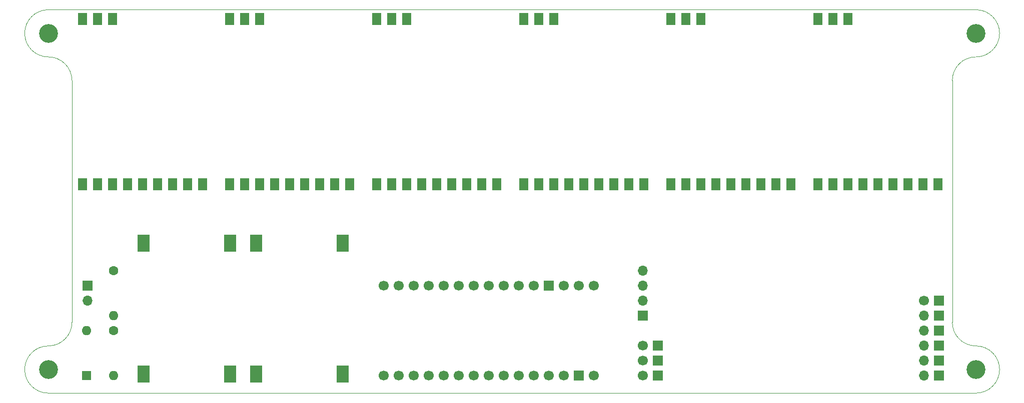
<source format=gbr>
G04 #@! TF.GenerationSoftware,KiCad,Pcbnew,(5.0.0-rc2-63-gd4393b281)*
G04 #@! TF.CreationDate,2018-06-03T20:37:33+01:00*
G04 #@! TF.ProjectId,wizardview-v1,77697A617264766965772D76312E6B69,rev?*
G04 #@! TF.SameCoordinates,Original*
G04 #@! TF.FileFunction,Soldermask,Top*
G04 #@! TF.FilePolarity,Negative*
%FSLAX46Y46*%
G04 Gerber Fmt 4.6, Leading zero omitted, Abs format (unit mm)*
G04 Created by KiCad (PCBNEW (5.0.0-rc2-63-gd4393b281)) date 06/03/18 20:37:33*
%MOMM*%
%LPD*%
G01*
G04 APERTURE LIST*
%ADD10C,0.100000*%
%ADD11C,1.700000*%
%ADD12R,1.700000X1.700000*%
%ADD13O,1.600000X1.600000*%
%ADD14C,1.600000*%
%ADD15O,1.700000X1.700000*%
%ADD16R,1.600000X1.600000*%
%ADD17R,2.000000X3.000000*%
%ADD18C,3.200000*%
%ADD19R,1.600000X2.000000*%
G04 APERTURE END LIST*
D10*
X41000000Y-37000000D02*
X198000000Y-37000000D01*
X198000000Y-102000000D02*
X41000000Y-102000000D01*
X194000000Y-90000000D02*
X194000000Y-49000000D01*
X198000000Y-94000000D02*
G75*
G02X194000000Y-90000000I0J4000000D01*
G01*
X202000000Y-98000000D02*
G75*
G02X198000000Y-102000000I-4000000J0D01*
G01*
X198000000Y-94000000D02*
G75*
G02X202000000Y-98000000I0J-4000000D01*
G01*
X194000000Y-49000000D02*
G75*
G02X198000000Y-45000000I4000000J0D01*
G01*
X202000000Y-41000000D02*
G75*
G02X198000000Y-45000000I-4000000J0D01*
G01*
X198000000Y-37000000D02*
G75*
G02X202000000Y-41000000I0J-4000000D01*
G01*
X45000000Y-49000000D02*
X45000000Y-90000000D01*
X41000000Y-45000000D02*
G75*
G02X45000000Y-49000000I0J-4000000D01*
G01*
X37000000Y-41000000D02*
G75*
G02X41000000Y-37000000I4000000J0D01*
G01*
X41000000Y-45000000D02*
G75*
G02X37000000Y-41000000I0J4000000D01*
G01*
X45000000Y-90000000D02*
G75*
G02X41000000Y-94000000I-4000000J0D01*
G01*
X37000000Y-98000000D02*
G75*
G02X41000000Y-94000000I4000000J0D01*
G01*
X41000000Y-102000000D02*
G75*
G02X37000000Y-98000000I0J4000000D01*
G01*
D11*
G04 #@! TO.C,U3*
X97790000Y-99060000D03*
X100330000Y-99060000D03*
X102870000Y-99060000D03*
X105410000Y-99060000D03*
X107950000Y-99060000D03*
X110490000Y-99060000D03*
X113030000Y-99060000D03*
X115570000Y-99060000D03*
X118110000Y-99060000D03*
X120650000Y-99060000D03*
X123190000Y-99060000D03*
X125730000Y-99060000D03*
X128270000Y-99060000D03*
D12*
X130810000Y-99060000D03*
D11*
X133350000Y-99060000D03*
X97790000Y-83820000D03*
X100330000Y-83820000D03*
X102870000Y-83820000D03*
X105410000Y-83820000D03*
X107950000Y-83820000D03*
X110490000Y-83820000D03*
X113030000Y-83820000D03*
X115570000Y-83820000D03*
X118110000Y-83820000D03*
X120650000Y-83820000D03*
X123190000Y-83820000D03*
D12*
X125730000Y-83820000D03*
D11*
X128270000Y-83820000D03*
X130810000Y-83820000D03*
X133350000Y-83820000D03*
G04 #@! TD*
D13*
G04 #@! TO.C,R2*
X52070000Y-88900000D03*
D14*
X52070000Y-81280000D03*
G04 #@! TD*
D15*
G04 #@! TO.C,J1*
X47625000Y-86360000D03*
D12*
X47625000Y-83820000D03*
G04 #@! TD*
D13*
G04 #@! TO.C,R1*
X52070000Y-99060000D03*
D14*
X52070000Y-91440000D03*
G04 #@! TD*
D13*
G04 #@! TO.C,D1*
X47508686Y-91440000D03*
D16*
X47508686Y-99060000D03*
G04 #@! TD*
D15*
G04 #@! TO.C,OLED1*
X141605000Y-81280000D03*
X141605000Y-83820000D03*
X141605000Y-86360000D03*
D12*
X141605000Y-88900000D03*
G04 #@! TD*
G04 #@! TO.C,J2*
X191770000Y-99060000D03*
D15*
X189230000Y-99060000D03*
D12*
X191770000Y-96520000D03*
D15*
X189230000Y-96520000D03*
D12*
X191770000Y-93980000D03*
D15*
X189230000Y-93980000D03*
D12*
X191770000Y-91440000D03*
D15*
X189230000Y-91440000D03*
D12*
X191770000Y-88900000D03*
D15*
X189230000Y-88900000D03*
D12*
X191770000Y-86360000D03*
D11*
X189230000Y-86360000D03*
G04 #@! TD*
D17*
G04 #@! TO.C,U2*
X57150000Y-76570314D03*
X71755000Y-76570314D03*
X57150000Y-98795314D03*
X71755000Y-98795314D03*
G04 #@! TD*
D18*
G04 #@! TO.C,REF\002A\002A*
X198000000Y-98000000D03*
G04 #@! TD*
G04 #@! TO.C,REF\002A\002A*
X198000000Y-41000000D03*
G04 #@! TD*
G04 #@! TO.C,REF\002A\002A*
X41000000Y-98000000D03*
G04 #@! TD*
D19*
G04 #@! TO.C,RX1*
X191600000Y-66608000D03*
X189060000Y-66608000D03*
X186520000Y-66608000D03*
X183980000Y-66608000D03*
X181440000Y-66608000D03*
X178900000Y-66608000D03*
X176360000Y-66608000D03*
X173820000Y-66608000D03*
X171280000Y-38608000D03*
X173820000Y-38608000D03*
X176360000Y-38608000D03*
X171280000Y-66608000D03*
G04 #@! TD*
G04 #@! TO.C,RX2*
X146388000Y-66608000D03*
X151468000Y-38608000D03*
X148928000Y-38608000D03*
X146388000Y-38608000D03*
X148928000Y-66608000D03*
X151468000Y-66608000D03*
X154008000Y-66608000D03*
X156548000Y-66608000D03*
X159088000Y-66608000D03*
X161628000Y-66608000D03*
X164168000Y-66608000D03*
X166708000Y-66608000D03*
G04 #@! TD*
G04 #@! TO.C,RX3*
X141816000Y-66608000D03*
X139276000Y-66608000D03*
X136736000Y-66608000D03*
X134196000Y-66608000D03*
X131656000Y-66608000D03*
X129116000Y-66608000D03*
X126576000Y-66608000D03*
X124036000Y-66608000D03*
X121496000Y-38608000D03*
X124036000Y-38608000D03*
X126576000Y-38608000D03*
X121496000Y-66608000D03*
G04 #@! TD*
G04 #@! TO.C,RX4*
X96604000Y-66608000D03*
X101684000Y-38608000D03*
X99144000Y-38608000D03*
X96604000Y-38608000D03*
X99144000Y-66608000D03*
X101684000Y-66608000D03*
X104224000Y-66608000D03*
X106764000Y-66608000D03*
X109304000Y-66608000D03*
X111844000Y-66608000D03*
X114384000Y-66608000D03*
X116924000Y-66608000D03*
G04 #@! TD*
G04 #@! TO.C,RX5*
X92032000Y-66608000D03*
X89492000Y-66608000D03*
X86952000Y-66608000D03*
X84412000Y-66608000D03*
X81872000Y-66608000D03*
X79332000Y-66608000D03*
X76792000Y-66608000D03*
X74252000Y-66608000D03*
X71712000Y-38608000D03*
X74252000Y-38608000D03*
X76792000Y-38608000D03*
X71712000Y-66608000D03*
G04 #@! TD*
G04 #@! TO.C,RX6*
X46820000Y-66608000D03*
X51900000Y-38608000D03*
X49360000Y-38608000D03*
X46820000Y-38608000D03*
X49360000Y-66608000D03*
X51900000Y-66608000D03*
X54440000Y-66608000D03*
X56980000Y-66608000D03*
X59520000Y-66608000D03*
X62060000Y-66608000D03*
X64600000Y-66608000D03*
X67140000Y-66608000D03*
G04 #@! TD*
D17*
G04 #@! TO.C,U1*
X90805000Y-98795314D03*
X76200000Y-98795314D03*
X90805000Y-76570314D03*
X76200000Y-76570314D03*
G04 #@! TD*
D18*
G04 #@! TO.C,REF\002A\002A*
X41000000Y-41000000D03*
G04 #@! TD*
D11*
G04 #@! TO.C,J3*
X141605000Y-93980000D03*
D12*
X144145000Y-93980000D03*
D11*
X141605000Y-96520000D03*
D12*
X144145000Y-96520000D03*
D11*
X141605000Y-99060000D03*
D12*
X144145000Y-99060000D03*
G04 #@! TD*
M02*

</source>
